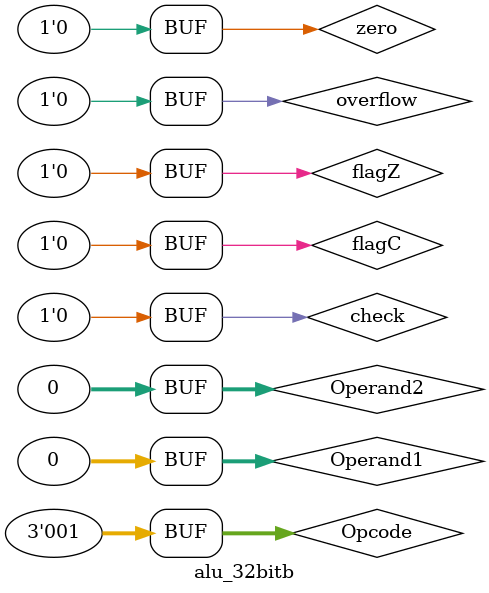
<source format=v>
module alu_32bitb;
reg [2:0] Opcode;
reg [31:0] Operand1, Operand2;
reg [31:0] Result;
reg  flagC = 1'b0,flagZ = 1'b0;
reg check=1'b0;  
reg overflow,zero;
alu_32bit obj(.Opcode(Opcode),.Operand1(Operand1),.Operand2(Operand2),.Result(Result),.flagC(flagC),.flagZ(flagZ),.overflow(overflow),.zero(zero));
initial
  begin
   Opcode=1;
   Operand1[0]=0;Operand1[1]=0; Operand1[2]=0; Operand1[3]=0; Operand1[4]=0; Operand1[5]=0; Operand1[6]=0; Operand1[7]=0; Operand1[8]=0; Operand1[9]=0; Operand1[10]=0; Operand1[11]=0; Operand1[12]=0; Operand1[13]=0; Operand1[14]=0; Operand1[15]=0; Operand1[16]=0; Operand1[17]=0; Operand1[18]=0; Operand1[19]=0; Operand1[20]=0; Operand1[21]=0; Operand1[22]=0; Operand1[23]=0; Operand1[24]=0; Operand1[25]=0; Operand1[26]=0; Operand1[27]=0; Operand1[28]=0; Operand1[29]=0; Operand1[30]=0; Operand1[31]=0;
   Operand2[0]=0; Operand2[1]=0; Operand2[2]=0; Operand2[3]=0; Operand2[4]=0; Operand2[5]=0; Operand2[6]=0; Operand2[7]=0; Operand2[8]=0; Operand2[9]=0; Operand2[10]=0; Operand2[11]=0; Operand2[12]=0; Operand2[13]=0; Operand2[14]=0; Operand2[15]=0; Operand2[16]=0; Operand2[17]=0; Operand2[18]=0; Operand2[19]=0; Operand2[20]=0; Operand2[21]=0; Operand2[22]=0; Operand2[23]=0; Operand2[24]=0; Operand2[25]=0; Operand2[26]=0; Operand2[27]=0; Operand2[28]=0; Operand2[29]=0; Operand2[30]=0; Operand2[31]=0;
   overflow=0;
	zero=0;
 end
 endmodule
 
</source>
